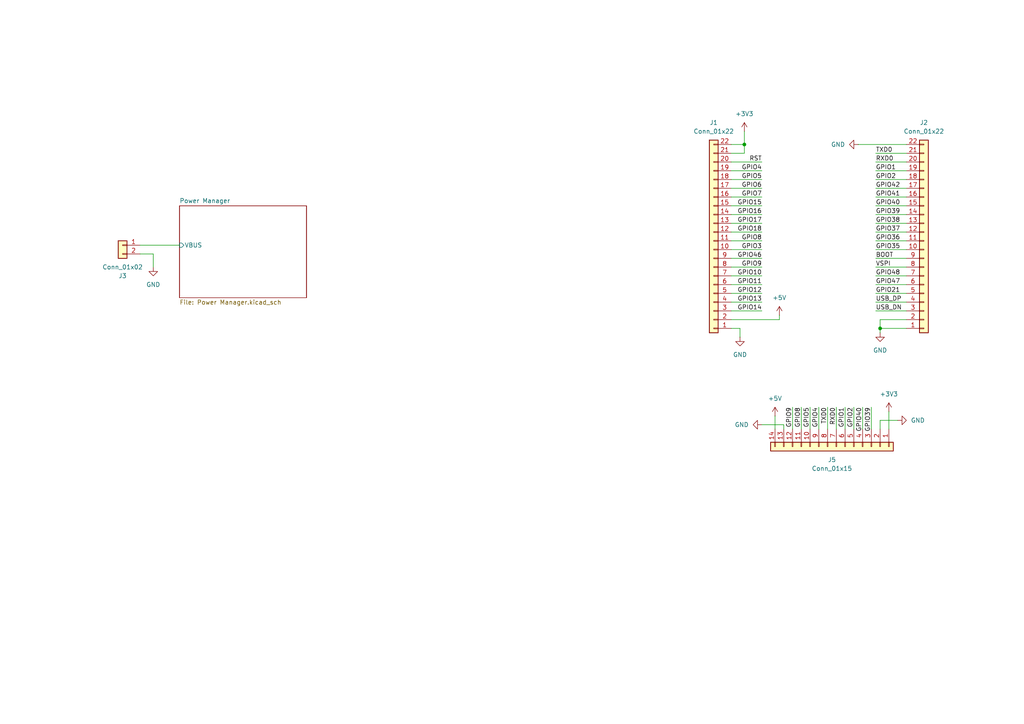
<source format=kicad_sch>
(kicad_sch (version 20250114) (generator "eeschema") (generator_version "9.0")
  (paper "A4")
  (lib_symbols
    (symbol "Connector_Generic:Conn_01x02" (pin_names (offset 1.016) (hide yes))
      (property "Reference" "J" (at 0 2.54 0))
      (property "Value" "Conn_01x02" (at 0 -5.08 0))
      (symbol "Conn_01x02_1_1"
        (rectangle (start -1.27 1.27) (end 1.27 -3.81) (stroke (width 0.254)) (fill (type background)))
        (rectangle (start -1.27 0.127) (end 0 -0.127) (stroke (width 0.1524)))
        (rectangle (start -1.27 -2.413) (end 0 -2.667) (stroke (width 0.1524)))
        (pin passive line (at -5.08 0 0) (length 3.81) (name "Pin_1") (number "1"))
        (pin passive line (at -5.08 -2.54 0) (length 3.81) (name "Pin_2") (number "2"))
      )
    )
    (symbol "Connector_Generic:Conn_01x14" (pin_names (offset 1.016) (hide yes))
      (property "Reference" "J" (at 0 17.78 0))
      (property "Value" "Conn_01x14" (at 0 -20.32 0))
      (symbol "Conn_01x14_1_1"
        (rectangle (start -1.27 16.51) (end 1.27 -19.05) (stroke (width 0.254)) (fill (type background)))
        (rectangle (start -1.27 15.367) (end 0 15.113) (stroke (width 0.1524)))
        (rectangle (start -1.27 12.827) (end 0 12.573) (stroke (width 0.1524)))
        (rectangle (start -1.27 10.287) (end 0 10.033) (stroke (width 0.1524)))
        (rectangle (start -1.27 7.747) (end 0 7.493) (stroke (width 0.1524)))
        (rectangle (start -1.27 5.207) (end 0 4.953) (stroke (width 0.1524)))
        (rectangle (start -1.27 2.667) (end 0 2.413) (stroke (width 0.1524)))
        (rectangle (start -1.27 0.127) (end 0 -0.127) (stroke (width 0.1524)))
        (rectangle (start -1.27 -2.413) (end 0 -2.667) (stroke (width 0.1524)))
        (rectangle (start -1.27 -4.953) (end 0 -5.207) (stroke (width 0.1524)))
        (rectangle (start -1.27 -7.493) (end 0 -7.747) (stroke (width 0.1524)))
        (rectangle (start -1.27 -10.033) (end 0 -10.287) (stroke (width 0.1524)))
        (rectangle (start -1.27 -12.573) (end 0 -12.827) (stroke (width 0.1524)))
        (rectangle (start -1.27 -15.113) (end 0 -15.367) (stroke (width 0.1524)))
        (rectangle (start -1.27 -17.653) (end 0 -17.907) (stroke (width 0.1524)))
        (pin passive line (at -5.08 15.24 0) (length 3.81) (name "Pin_1") (number "1"))
        (pin passive line (at -5.08 12.7 0) (length 3.81) (name "Pin_2") (number "2"))
        (pin passive line (at -5.08 10.16 0) (length 3.81) (name "Pin_3") (number "3"))
        (pin passive line (at -5.08 7.62 0) (length 3.81) (name "Pin_4") (number "4"))
        (pin passive line (at -5.08 5.08 0) (length 3.81) (name "Pin_5") (number "5"))
        (pin passive line (at -5.08 2.54 0) (length 3.81) (name "Pin_6") (number "6"))
        (pin passive line (at -5.08 0 0) (length 3.81) (name "Pin_7") (number "7"))
        (pin passive line (at -5.08 -2.54 0) (length 3.81) (name "Pin_8") (number "8"))
        (pin passive line (at -5.08 -5.08 0) (length 3.81) (name "Pin_9") (number "9"))
        (pin passive line (at -5.08 -7.62 0) (length 3.81) (name "Pin_10") (number "10"))
        (pin passive line (at -5.08 -10.16 0) (length 3.81) (name "Pin_11") (number "11"))
        (pin passive line (at -5.08 -12.7 0) (length 3.81) (name "Pin_12") (number "12"))
        (pin passive line (at -5.08 -15.24 0) (length 3.81) (name "Pin_13") (number "13"))
        (pin passive line (at -5.08 -17.78 0) (length 3.81) (name "Pin_14") (number "14"))
      )
    )
    (symbol "Connector_Generic:Conn_01x22" (pin_names (offset 1.016) (hide yes))
      (property "Reference" "J" (at 0 27.94 0))
      (property "Value" "Conn_01x22" (at 0 -30.48 0))
      (symbol "Conn_01x22_1_1"
        (rectangle (start -1.27 26.67) (end 1.27 -29.21) (stroke (width 0.254)) (fill (type background)))
        (rectangle (start -1.27 25.527) (end 0 25.273) (stroke (width 0.1524)))
        (rectangle (start -1.27 22.987) (end 0 22.733) (stroke (width 0.1524)))
        (rectangle (start -1.27 20.447) (end 0 20.193) (stroke (width 0.1524)))
        (rectangle (start -1.27 17.907) (end 0 17.653) (stroke (width 0.1524)))
        (rectangle (start -1.27 15.367) (end 0 15.113) (stroke (width 0.1524)))
        (rectangle (start -1.27 12.827) (end 0 12.573) (stroke (width 0.1524)))
        (rectangle (start -1.27 10.287) (end 0 10.033) (stroke (width 0.1524)))
        (rectangle (start -1.27 7.747) (end 0 7.493) (stroke (width 0.1524)))
        (rectangle (start -1.27 5.207) (end 0 4.953) (stroke (width 0.1524)))
        (rectangle (start -1.27 2.667) (end 0 2.413) (stroke (width 0.1524)))
        (rectangle (start -1.27 0.127) (end 0 -0.127) (stroke (width 0.1524)))
        (rectangle (start -1.27 -2.413) (end 0 -2.667) (stroke (width 0.1524)))
        (rectangle (start -1.27 -4.953) (end 0 -5.207) (stroke (width 0.1524)))
        (rectangle (start -1.27 -7.493) (end 0 -7.747) (stroke (width 0.1524)))
        (rectangle (start -1.27 -10.033) (end 0 -10.287) (stroke (width 0.1524)))
        (rectangle (start -1.27 -12.573) (end 0 -12.827) (stroke (width 0.1524)))
        (rectangle (start -1.27 -15.113) (end 0 -15.367) (stroke (width 0.1524)))
        (rectangle (start -1.27 -17.653) (end 0 -17.907) (stroke (width 0.1524)))
        (rectangle (start -1.27 -20.193) (end 0 -20.447) (stroke (width 0.1524)))
        (rectangle (start -1.27 -22.733) (end 0 -22.987) (stroke (width 0.1524)))
        (rectangle (start -1.27 -25.273) (end 0 -25.527) (stroke (width 0.1524)))
        (rectangle (start -1.27 -27.813) (end 0 -28.067) (stroke (width 0.1524)))
        (pin passive line (at -5.08 25.4 0) (length 3.81) (name "Pin_1") (number "1"))
        (pin passive line (at -5.08 22.86 0) (length 3.81) (name "Pin_2") (number "2"))
        (pin passive line (at -5.08 20.32 0) (length 3.81) (name "Pin_3") (number "3"))
        (pin passive line (at -5.08 17.78 0) (length 3.81) (name "Pin_4") (number "4"))
        (pin passive line (at -5.08 15.24 0) (length 3.81) (name "Pin_5") (number "5"))
        (pin passive line (at -5.08 12.7 0) (length 3.81) (name "Pin_6") (number "6"))
        (pin passive line (at -5.08 10.16 0) (length 3.81) (name "Pin_7") (number "7"))
        (pin passive line (at -5.08 7.62 0) (length 3.81) (name "Pin_8") (number "8"))
        (pin passive line (at -5.08 5.08 0) (length 3.81) (name "Pin_9") (number "9"))
        (pin passive line (at -5.08 2.54 0) (length 3.81) (name "Pin_10") (number "10"))
        (pin passive line (at -5.08 0 0) (length 3.81) (name "Pin_11") (number "11"))
        (pin passive line (at -5.08 -2.54 0) (length 3.81) (name "Pin_12") (number "12"))
        (pin passive line (at -5.08 -5.08 0) (length 3.81) (name "Pin_13") (number "13"))
        (pin passive line (at -5.08 -7.62 0) (length 3.81) (name "Pin_14") (number "14"))
        (pin passive line (at -5.08 -10.16 0) (length 3.81) (name "Pin_15") (number "15"))
        (pin passive line (at -5.08 -12.7 0) (length 3.81) (name "Pin_16") (number "16"))
        (pin passive line (at -5.08 -15.24 0) (length 3.81) (name "Pin_17") (number "17"))
        (pin passive line (at -5.08 -17.78 0) (length 3.81) (name "Pin_18") (number "18"))
        (pin passive line (at -5.08 -20.32 0) (length 3.81) (name "Pin_19") (number "19"))
        (pin passive line (at -5.08 -22.86 0) (length 3.81) (name "Pin_20") (number "20"))
        (pin passive line (at -5.08 -25.4 0) (length 3.81) (name "Pin_21") (number "21"))
        (pin passive line (at -5.08 -27.94 0) (length 3.81) (name "Pin_22") (number "22"))
      )
    )
    (symbol "power:+3V3" (power) (pin_numbers (hide yes)) (pin_names (offset 0) (hide yes))
      (property "Value" "+3V3" (at 0 3.556 0))
      (symbol "+3V3_0_1"
        (polyline (pts (xy -0.762 1.27) (xy 0 2.54)))
        (polyline (pts (xy 0 2.54) (xy 0.762 1.27)))
        (polyline (pts (xy 0 0) (xy 0 2.54)))
      )
      (symbol "+3V3_1_1"
        (pin power_in line (at 0 0 90) (length 0) (name "~") (number "1"))
      )
    )
    (symbol "power:+5V" (power) (pin_numbers (hide yes)) (pin_names (offset 0) (hide yes))
      (property "Value" "+5V" (at 0 3.556 0))
      (symbol "+5V_0_1"
        (polyline (pts (xy -0.762 1.27) (xy 0 2.54)))
        (polyline (pts (xy 0 2.54) (xy 0.762 1.27)))
        (polyline (pts (xy 0 0) (xy 0 2.54)))
      )
      (symbol "+5V_1_1"
        (pin power_in line (at 0 0 90) (length 0) (name "~") (number "1"))
      )
    )
    (symbol "power:GND" (power) (pin_numbers (hide yes)) (pin_names (offset 0) (hide yes))
      (property "Value" "GND" (at 0 -3.81 0))
      (symbol "GND_0_1"
        (polyline (pts (xy 0 0) (xy 0 -1.27) (xy 1.27 -1.27) (xy 0 -2.54) (xy -1.27 -1.27) (xy 0 -1.27)))
      )
      (symbol "GND_1_1"
        (pin power_in line (at 0 0 270) (length 0) (name "~") (number "1"))
      )
    )
  )
  (junction (at 255.27 95.25))
  (junction (at 215.9 41.91))
  (wire (pts (xy 44.45 77.47) (xy 44.45 73.66)))
  (wire (pts (xy 262.89 85.09) (xy 254 85.09)))
  (wire (pts (xy 262.89 64.77) (xy 254 64.77)))
  (wire (pts (xy 212.09 77.47) (xy 220.98 77.47)))
  (wire (pts (xy 226.06 91.44) (xy 226.06 92.71)))
  (wire (pts (xy 257.81 119.38) (xy 257.81 124.46)))
  (wire (pts (xy 212.09 64.77) (xy 220.98 64.77)))
  (wire (pts (xy 212.09 87.63) (xy 220.98 87.63)))
  (wire (pts (xy 262.89 77.47) (xy 254 77.47)))
  (wire (pts (xy 44.45 73.66) (xy 40.64 73.66)))
  (wire (pts (xy 212.09 72.39) (xy 220.98 72.39)))
  (wire (pts (xy 40.64 71.12) (xy 52.07 71.12)))
  (wire (pts (xy 262.89 62.23) (xy 254 62.23)))
  (wire (pts (xy 242.57 118.11) (xy 242.57 124.46)))
  (wire (pts (xy 224.79 120.65) (xy 224.79 124.46)))
  (wire (pts (xy 262.89 54.61) (xy 254 54.61)))
  (wire (pts (xy 262.89 49.53) (xy 254 49.53)))
  (wire (pts (xy 212.09 80.01) (xy 220.98 80.01)))
  (wire (pts (xy 240.03 118.11) (xy 240.03 124.46)))
  (wire (pts (xy 254 90.17) (xy 262.89 90.17)))
  (wire (pts (xy 234.95 118.11) (xy 234.95 124.46)))
  (wire (pts (xy 262.89 74.93) (xy 254 74.93)))
  (wire (pts (xy 215.9 41.91) (xy 212.09 41.91)))
  (wire (pts (xy 220.98 123.19) (xy 227.33 123.19)))
  (wire (pts (xy 262.89 80.01) (xy 254 80.01)))
  (wire (pts (xy 262.89 46.99) (xy 254 46.99)))
  (wire (pts (xy 212.09 90.17) (xy 220.98 90.17)))
  (wire (pts (xy 212.09 62.23) (xy 220.98 62.23)))
  (wire (pts (xy 212.09 69.85) (xy 220.98 69.85)))
  (wire (pts (xy 212.09 44.45) (xy 215.9 44.45)))
  (wire (pts (xy 262.89 44.45) (xy 254 44.45)))
  (wire (pts (xy 215.9 38.1) (xy 215.9 41.91)))
  (wire (pts (xy 262.89 72.39) (xy 254 72.39)))
  (wire (pts (xy 237.49 118.11) (xy 237.49 124.46)))
  (wire (pts (xy 262.89 87.63) (xy 254 87.63)))
  (wire (pts (xy 248.92 41.91) (xy 262.89 41.91)))
  (wire (pts (xy 255.27 95.25) (xy 255.27 92.71)))
  (wire (pts (xy 262.89 52.07) (xy 254 52.07)))
  (wire (pts (xy 227.33 123.19) (xy 227.33 124.46)))
  (wire (pts (xy 255.27 96.52) (xy 255.27 95.25)))
  (wire (pts (xy 245.11 118.11) (xy 245.11 124.46)))
  (wire (pts (xy 212.09 59.69) (xy 220.98 59.69)))
  (wire (pts (xy 212.09 57.15) (xy 220.98 57.15)))
  (wire (pts (xy 229.87 118.11) (xy 229.87 124.46)))
  (wire (pts (xy 212.09 52.07) (xy 220.98 52.07)))
  (wire (pts (xy 262.89 57.15) (xy 254 57.15)))
  (wire (pts (xy 212.09 54.61) (xy 220.98 54.61)))
  (wire (pts (xy 255.27 121.92) (xy 260.35 121.92)))
  (wire (pts (xy 212.09 74.93) (xy 220.98 74.93)))
  (wire (pts (xy 212.09 49.53) (xy 220.98 49.53)))
  (wire (pts (xy 232.41 118.11) (xy 232.41 124.46)))
  (wire (pts (xy 262.89 67.31) (xy 254 67.31)))
  (wire (pts (xy 212.09 92.71) (xy 226.06 92.71)))
  (wire (pts (xy 255.27 121.92) (xy 255.27 124.46)))
  (wire (pts (xy 212.09 85.09) (xy 220.98 85.09)))
  (wire (pts (xy 247.65 118.11) (xy 247.65 124.46)))
  (wire (pts (xy 215.9 44.45) (xy 215.9 41.91)))
  (wire (pts (xy 262.89 69.85) (xy 254 69.85)))
  (wire (pts (xy 212.09 95.25) (xy 214.63 95.25)))
  (wire (pts (xy 262.89 82.55) (xy 254 82.55)))
  (wire (pts (xy 212.09 82.55) (xy 220.98 82.55)))
  (wire (pts (xy 262.89 59.69) (xy 254 59.69)))
  (wire (pts (xy 255.27 95.25) (xy 262.89 95.25)))
  (wire (pts (xy 212.09 67.31) (xy 220.98 67.31)))
  (wire (pts (xy 255.27 92.71) (xy 262.89 92.71)))
  (wire (pts (xy 252.73 118.11) (xy 252.73 124.46)))
  (wire (pts (xy 212.09 46.99) (xy 220.98 46.99)))
  (wire (pts (xy 250.19 118.11) (xy 250.19 124.46)))
  (wire (pts (xy 214.63 95.25) (xy 214.63 97.79)))
  (label "GPIO40" (at 250.19 118.11 270))
  (label "GPIO39" (at 252.73 118.11 270))
  (label "GPIO17" (at 220.98 64.77 180))
  (label "GPIO4" (at 220.98 49.53 180))
  (label "GPIO18" (at 220.98 67.31 180))
  (label "GPIO7" (at 220.98 57.15 180))
  (label "GPIO2" (at 247.65 118.11 270))
  (label "GPIO2" (at 254 52.07 0))
  (label "GPIO12" (at 220.98 85.09 180))
  (label "GPIO47" (at 254 82.55 0))
  (label "RXD0" (at 254 46.99 0))
  (label "GPIO48" (at 254 80.01 0))
  (label "GPIO1" (at 245.11 118.11 270))
  (label "GPIO36" (at 254 69.85 0))
  (label "USB_DN" (at 254 90.17 0))
  (label "GPIO39" (at 254 62.23 0))
  (label "GPIO35" (at 254 72.39 0))
  (label "GPIO1" (at 254 49.53 0))
  (label "RXD0" (at 242.57 118.11 270))
  (label "GPIO11" (at 220.98 82.55 180))
  (label "GPIO40" (at 254 59.69 0))
  (label "GPIO10" (at 220.98 80.01 180))
  (label "GPIO46" (at 220.98 74.93 180))
  (label "GPIO8" (at 232.41 118.11 270))
  (label "BOOT" (at 254 74.93 0))
  (label "GPIO42" (at 254 54.61 0))
  (label "GPIO5" (at 234.95 118.11 270))
  (label "GPIO9" (at 220.98 77.47 180))
  (label "GPIO38" (at 254 64.77 0))
  (label "GPIO21" (at 254 85.09 0))
  (label "GPIO15" (at 220.98 59.69 180))
  (label "GPIO37" (at 254 67.31 0))
  (label "GPIO9" (at 229.87 118.11 270))
  (label "GPIO8" (at 220.98 69.85 180))
  (label "GPIO5" (at 220.98 52.07 180))
  (label "GPIO16" (at 220.98 62.23 180))
  (label "GPIO14" (at 220.98 90.17 180))
  (label "GPIO3" (at 220.98 72.39 180))
  (label "TXD0" (at 254 44.45 0))
  (label "GPIO13" (at 220.98 87.63 180))
  (label "VSPI" (at 254 77.47 0))
  (label "USB_DP" (at 254 87.63 0))
  (label "RST" (at 220.98 46.99 180))
  (label "GPIO41" (at 254 57.15 0))
  (label "TXD0" (at 240.03 118.11 270))
  (label "GPIO6" (at 220.98 54.61 180))
  (label "GPIO4" (at 237.49 118.11 270))
  (symbol (lib_id "Connector_Generic:Conn_01x22") (at 207.01 69.85 180) (unit 1) (in_bom no)
    (property "Reference" "J1" (at 207.01 35.56 0))
    (property "Value" "Conn_01x22" (at 207.01 38.1 0))
    (property "Footprint" "Connector_PinHeader_2.54mm:PinHeader_1x22_P2.54mm_Vertical" (effects (hide yes)))
    (property "Description" "Generic connector, single row, 01x22, script generated (kicad-library-utils/schlib/autogen/connector/)" (effects (hide yes)))
  )
  (symbol (lib_id "Connector_Generic:Conn_01x02") (at 35.56 71.12 0) (mirror y) (unit 1)
    (property "Reference" "J3" (at 35.56 80.01 0))
    (property "Value" "Conn_01x02" (at 35.56 77.47 0))
    (property "Footprint" "Connector_JST:JST_PH_S2B-PH-K_1x02_P2.00mm_Horizontal" (effects (hide yes)))
    (property "Description" "Generic connector, single row, 01x02, script generated (kicad-library-utils/schlib/autogen/connector/)" (effects (hide yes)))
  )
  (symbol (lib_id "power:GND") (at 260.35 121.92 90) (unit 1)
    (property "Reference" "#PWR026" (effects (hide yes)))
    (property "Value" "GND" (at 264.16 121.92 90) (effects (justify right)))
    (property "Description" "Power symbol creates a global label with name \"GND\" , ground" (effects (hide yes)))
  )
  (symbol (lib_id "Connector_Generic:Conn_01x14") (at 242.57 129.54 270) (unit 1)
    (property "Reference" "J5" (at 241.3 133.35 90))
    (property "Value" "Conn_01x15" (at 241.3 135.89 90))
    (property "Footprint" "Connector_PinHeader_2.00mm:PinHeader_1x14_P2.00mm_Vertical" (effects (hide yes)))
    (property "Description" "Generic connector, single row, 01x14, script generated (kicad-library-utils/schlib/autogen/connector/)" (effects (hide yes)))
  )
  (symbol (lib_id "power:+3V3") (at 215.9 38.1 0) (unit 1)
    (property "Reference" "#PWR01" (effects (hide yes)))
    (property "Value" "+3V3" (at 215.9 33.02 0))
    (property "Description" "Power symbol creates a global label with name \"+3V3\"" (effects (hide yes)))
  )
  (symbol (lib_id "Connector_Generic:Conn_01x22") (at 267.97 69.85 0) (mirror x) (unit 1)
    (property "Reference" "J2" (at 267.97 35.56 0))
    (property "Value" "Conn_01x22" (at 267.97 38.1 0))
    (property "Footprint" "Connector_PinHeader_2.54mm:PinHeader_1x22_P2.54mm_Vertical" (effects (hide yes)))
    (property "Description" "Generic connector, single row, 01x22, script generated (kicad-library-utils/schlib/autogen/connector/)" (effects (hide yes)))
  )
  (symbol (lib_id "power:GND") (at 214.63 97.79 0) (unit 1)
    (property "Reference" "#PWR03" (effects (hide yes)))
    (property "Value" "GND" (at 214.63 102.87 0))
    (property "Description" "Power symbol creates a global label with name \"GND\" , ground" (effects (hide yes)))
  )
  (symbol (lib_id "power:GND") (at 255.27 96.52 0) (unit 1)
    (property "Reference" "#PWR05" (effects (hide yes)))
    (property "Value" "GND" (at 255.27 101.6 0))
    (property "Description" "Power symbol creates a global label with name \"GND\" , ground" (effects (hide yes)))
  )
  (symbol (lib_id "power:GND") (at 220.98 123.19 270) (unit 1)
    (property "Reference" "#PWR025" (effects (hide yes)))
    (property "Value" "GND" (at 217.17 123.19 90) (effects (justify right)))
    (property "Description" "Power symbol creates a global label with name \"GND\" , ground" (effects (hide yes)))
  )
  (symbol (lib_id "power:+5V") (at 226.06 91.44 0) (unit 1)
    (property "Reference" "#PWR02" (effects (hide yes)))
    (property "Value" "+5V" (at 226.06 86.36 0))
    (property "Description" "Power symbol creates a global label with name \"+5V\"" (effects (hide yes)))
  )
  (symbol (lib_id "power:+5V") (at 224.79 120.65 0) (unit 1)
    (property "Reference" "#PWR024" (effects (hide yes)))
    (property "Value" "+5V" (at 224.79 115.57 0))
    (property "Description" "Power symbol creates a global label with name \"+5V\"" (effects (hide yes)))
  )
  (symbol (lib_id "power:+3V3") (at 257.81 119.38 0) (unit 1)
    (property "Reference" "#PWR027" (effects (hide yes)))
    (property "Value" "+3V3" (at 257.81 114.3 0))
    (property "Description" "Power symbol creates a global label with name \"+3V3\"" (effects (hide yes)))
  )
  (symbol (lib_id "power:GND") (at 248.92 41.91 270) (unit 1)
    (property "Reference" "#PWR04" (effects (hide yes)))
    (property "Value" "GND" (at 245.11 41.91 90) (effects (justify right)))
    (property "Description" "Power symbol creates a global label with name \"GND\" , ground" (effects (hide yes)))
  )
  (symbol (lib_id "power:GND") (at 44.45 77.47 0) (unit 1)
    (property "Reference" "#PWR023" (effects (hide yes)))
    (property "Value" "GND" (at 44.45 82.55 0))
    (property "Description" "Power symbol creates a global label with name \"GND\" , ground" (effects (hide yes)))
  )
  (sheet (at 52.07 59.69) (size 36.83 26.67) (stroke (width 0.1524))
    (property "Sheetname" "Power Manager" (at 52.07 58.9784 0) (effects (justify left bottom)))
    (property "Sheetfile" "Power Manager.kicad_sch" (at 52.07 86.9446 0) (effects (justify left top)))
    (pin "VBUS" input (at 52.07 71.12 180))
  )
)
</source>
